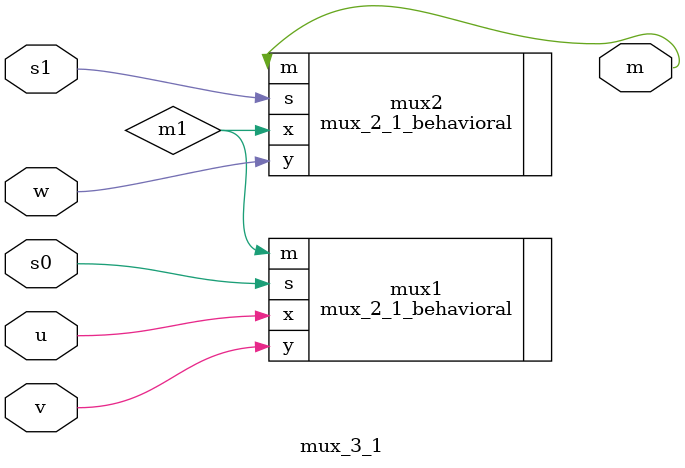
<source format=v>
`timescale 1ns / 1ps
`include "mux_2_1_behavioral.v"

module mux_3_1(
    input u,
    input v,
    input w,
    input s0,
    input s1,
    output m
    );
    
    wire m1;
    
    mux_2_1_behavioral mux1 ( 
        .x(u),
        .y(v),
        .s(s0),
        .m(m1)
    );   
    
    mux_2_1_behavioral mux2 ( 
        .x(m1),
        .y(w),
        .s(s1),
        .m(m)
    );   
    
    
endmodule

</source>
